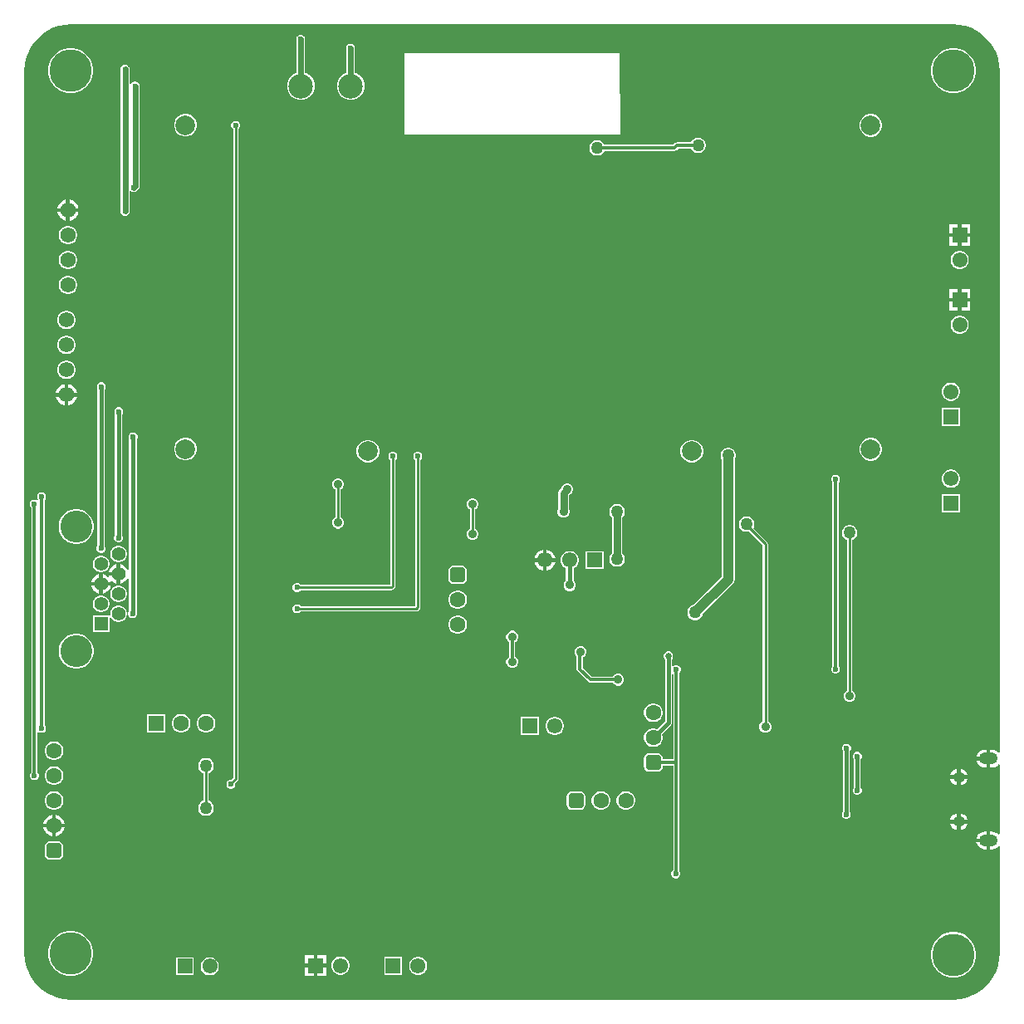
<source format=gbl>
G04*
G04 #@! TF.GenerationSoftware,Altium Limited,Altium Designer,23.7.1 (13)*
G04*
G04 Layer_Physical_Order=2*
G04 Layer_Color=16711680*
%FSLAX43Y43*%
%MOMM*%
G71*
G04*
G04 #@! TF.SameCoordinates,7FBB53E4-5163-4D6D-B0BA-52333DB4A2EE*
G04*
G04*
G04 #@! TF.FilePolarity,Positive*
G04*
G01*
G75*
%ADD102C,1.575*%
%ADD109C,3.250*%
%ADD110R,1.390X1.390*%
%ADD111C,1.390*%
%ADD120C,0.305*%
%ADD121C,0.600*%
%ADD122C,1.016*%
%ADD123C,0.229*%
%ADD124C,0.381*%
%ADD125C,0.300*%
%ADD126C,0.762*%
%ADD127C,0.457*%
G04:AMPARAMS|DCode=129|XSize=1.6mm|YSize=1.6mm|CornerRadius=0.4mm|HoleSize=0mm|Usage=FLASHONLY|Rotation=90.000|XOffset=0mm|YOffset=0mm|HoleType=Round|Shape=RoundedRectangle|*
%AMROUNDEDRECTD129*
21,1,1.600,0.800,0,0,90.0*
21,1,0.800,1.600,0,0,90.0*
1,1,0.800,0.400,0.400*
1,1,0.800,0.400,-0.400*
1,1,0.800,-0.400,-0.400*
1,1,0.800,-0.400,0.400*
%
%ADD129ROUNDEDRECTD129*%
%ADD130C,1.600*%
%ADD131C,1.550*%
%ADD132R,1.550X1.550*%
%ADD133C,2.500*%
%ADD134O,1.250X1.050*%
%ADD135O,1.900X1.200*%
%ADD136R,1.600X1.600*%
%ADD137C,2.000*%
%ADD138R,1.550X1.550*%
G04:AMPARAMS|DCode=139|XSize=1.6mm|YSize=1.6mm|CornerRadius=0.4mm|HoleSize=0mm|Usage=FLASHONLY|Rotation=0.000|XOffset=0mm|YOffset=0mm|HoleType=Round|Shape=RoundedRectangle|*
%AMROUNDEDRECTD139*
21,1,1.600,0.800,0,0,0.0*
21,1,0.800,1.600,0,0,0.0*
1,1,0.800,0.400,-0.400*
1,1,0.800,-0.400,-0.400*
1,1,0.800,-0.400,0.400*
1,1,0.800,0.400,0.400*
%
%ADD139ROUNDEDRECTD139*%
%ADD141C,0.635*%
%ADD142C,0.610*%
%ADD143C,0.889*%
%ADD144C,0.900*%
%ADD145C,0.600*%
%ADD146C,1.270*%
%ADD147C,4.318*%
G36*
X5000Y99715D02*
X95000D01*
X95011Y99717D01*
X95616Y99678D01*
X96221Y99557D01*
X96805Y99359D01*
X97359Y99086D01*
X97872Y98743D01*
X98336Y98336D01*
X98743Y97872D01*
X99086Y97359D01*
X99359Y96805D01*
X99557Y96221D01*
X99678Y95616D01*
X99717Y95011D01*
X99715Y95000D01*
X99715Y25496D01*
X99588Y25453D01*
X99544Y25511D01*
X99356Y25655D01*
X99137Y25746D01*
X98902Y25777D01*
X98752D01*
Y24869D01*
Y23961D01*
X98902D01*
X99137Y23992D01*
X99356Y24083D01*
X99544Y24227D01*
X99588Y24285D01*
X99715Y24242D01*
Y17146D01*
X99588Y17103D01*
X99544Y17161D01*
X99356Y17305D01*
X99137Y17396D01*
X98902Y17427D01*
X98752D01*
Y16519D01*
Y15611D01*
X98902D01*
X99137Y15642D01*
X99356Y15733D01*
X99544Y15877D01*
X99588Y15935D01*
X99715Y15892D01*
Y5000D01*
X99717Y4989D01*
X99678Y4384D01*
X99557Y3779D01*
X99359Y3194D01*
X99086Y2641D01*
X98743Y2128D01*
X98336Y1664D01*
X97872Y1257D01*
X97359Y914D01*
X96805Y641D01*
X96221Y443D01*
X95616Y322D01*
X95011Y283D01*
X95000Y285D01*
X5000D01*
X4989Y283D01*
X4384Y322D01*
X3779Y443D01*
X3194Y641D01*
X2641Y914D01*
X2128Y1257D01*
X1664Y1664D01*
X1257Y2128D01*
X914Y2641D01*
X641Y3194D01*
X443Y3779D01*
X322Y4384D01*
X290Y4874D01*
X285Y5000D01*
X285Y5000D01*
X285Y5125D01*
Y95000D01*
X283Y95011D01*
X322Y95616D01*
X443Y96221D01*
X641Y96805D01*
X914Y97359D01*
X1257Y97872D01*
X1664Y98336D01*
X2128Y98743D01*
X2641Y99086D01*
X3194Y99359D01*
X3779Y99557D01*
X4384Y99678D01*
X4989Y99717D01*
X5000Y99715D01*
D02*
G37*
%LPC*%
G36*
X95228Y97311D02*
X94772D01*
X94326Y97223D01*
X93905Y97048D01*
X93527Y96795D01*
X93205Y96473D01*
X92952Y96095D01*
X92777Y95674D01*
X92689Y95228D01*
Y94772D01*
X92777Y94326D01*
X92952Y93905D01*
X93205Y93527D01*
X93527Y93205D01*
X93905Y92952D01*
X94326Y92777D01*
X94772Y92689D01*
X95228D01*
X95674Y92777D01*
X96095Y92952D01*
X96473Y93205D01*
X96795Y93527D01*
X97048Y93905D01*
X97223Y94326D01*
X97311Y94772D01*
Y95228D01*
X97223Y95674D01*
X97048Y96095D01*
X96795Y96473D01*
X96473Y96795D01*
X96095Y97048D01*
X95674Y97223D01*
X95228Y97311D01*
D02*
G37*
G36*
X5228D02*
X4772D01*
X4326Y97223D01*
X3905Y97048D01*
X3527Y96795D01*
X3205Y96473D01*
X2952Y96095D01*
X2777Y95674D01*
X2689Y95228D01*
Y94772D01*
X2777Y94326D01*
X2952Y93905D01*
X3205Y93527D01*
X3527Y93205D01*
X3905Y92952D01*
X4326Y92777D01*
X4772Y92689D01*
X5228D01*
X5674Y92777D01*
X6095Y92952D01*
X6473Y93205D01*
X6795Y93527D01*
X7048Y93905D01*
X7223Y94326D01*
X7311Y94772D01*
Y95228D01*
X7223Y95674D01*
X7048Y96095D01*
X6795Y96473D01*
X6473Y96795D01*
X6095Y97048D01*
X5674Y97223D01*
X5228Y97311D01*
D02*
G37*
G36*
X33528Y97743D02*
X33483Y97734D01*
X33438D01*
X33396Y97717D01*
X33351Y97708D01*
X33314Y97683D01*
X33272Y97666D01*
X33240Y97633D01*
X33202Y97608D01*
X33177Y97570D01*
X33144Y97538D01*
X33127Y97496D01*
X33102Y97459D01*
X33093Y97414D01*
X33076Y97372D01*
Y97327D01*
X33067Y97282D01*
Y94743D01*
X33012Y94728D01*
X32692Y94543D01*
X32431Y94282D01*
X32247Y93963D01*
X32151Y93606D01*
Y93237D01*
X32247Y92880D01*
X32431Y92560D01*
X32692Y92299D01*
X33012Y92114D01*
X33369Y92019D01*
X33738D01*
X34095Y92114D01*
X34414Y92299D01*
X34676Y92560D01*
X34860Y92880D01*
X34956Y93237D01*
Y93606D01*
X34860Y93963D01*
X34676Y94282D01*
X34414Y94543D01*
X34095Y94728D01*
X33989Y94756D01*
Y97282D01*
X33980Y97327D01*
Y97372D01*
X33963Y97414D01*
X33954Y97459D01*
X33929Y97496D01*
X33912Y97538D01*
X33879Y97570D01*
X33854Y97608D01*
X33816Y97633D01*
X33784Y97666D01*
X33742Y97683D01*
X33705Y97708D01*
X33660Y97717D01*
X33618Y97734D01*
X33573D01*
X33528Y97743D01*
D02*
G37*
G36*
X28448Y98632D02*
X28403Y98623D01*
X28358D01*
X28316Y98606D01*
X28271Y98597D01*
X28234Y98572D01*
X28192Y98555D01*
X28160Y98522D01*
X28122Y98497D01*
X28097Y98459D01*
X28064Y98427D01*
X28047Y98385D01*
X28022Y98348D01*
X28013Y98303D01*
X27996Y98261D01*
Y98216D01*
X27987Y98171D01*
Y94743D01*
X27932Y94728D01*
X27612Y94543D01*
X27351Y94282D01*
X27167Y93963D01*
X27071Y93606D01*
Y93237D01*
X27167Y92880D01*
X27351Y92560D01*
X27612Y92299D01*
X27932Y92114D01*
X28289Y92019D01*
X28658D01*
X29015Y92114D01*
X29334Y92299D01*
X29596Y92560D01*
X29780Y92880D01*
X29876Y93237D01*
Y93606D01*
X29780Y93963D01*
X29596Y94282D01*
X29334Y94543D01*
X29015Y94728D01*
X28909Y94756D01*
Y98171D01*
X28900Y98216D01*
Y98261D01*
X28883Y98303D01*
X28874Y98348D01*
X28849Y98385D01*
X28832Y98427D01*
X28799Y98459D01*
X28774Y98497D01*
X28736Y98522D01*
X28704Y98555D01*
X28662Y98572D01*
X28625Y98597D01*
X28580Y98606D01*
X28538Y98623D01*
X28493D01*
X28448Y98632D01*
D02*
G37*
G36*
X60985Y96799D02*
X38989D01*
Y88494D01*
X61011D01*
X60985Y96799D01*
D02*
G37*
G36*
X16855Y90587D02*
X16551D01*
X16258Y90509D01*
X15995Y90357D01*
X15781Y90143D01*
X15629Y89880D01*
X15551Y89587D01*
Y89283D01*
X15629Y88990D01*
X15781Y88727D01*
X15995Y88513D01*
X16258Y88361D01*
X16551Y88283D01*
X16855D01*
X17148Y88361D01*
X17411Y88513D01*
X17625Y88727D01*
X17777Y88990D01*
X17855Y89283D01*
Y89587D01*
X17777Y89880D01*
X17625Y90143D01*
X17411Y90357D01*
X17148Y90509D01*
X16855Y90587D01*
D02*
G37*
G36*
X86717Y90560D02*
X86413D01*
X86120Y90482D01*
X85858Y90330D01*
X85643Y90116D01*
X85491Y89853D01*
X85413Y89560D01*
Y89256D01*
X85491Y88963D01*
X85643Y88700D01*
X85858Y88486D01*
X86120Y88334D01*
X86413Y88256D01*
X86717D01*
X87010Y88334D01*
X87273Y88486D01*
X87487Y88700D01*
X87639Y88963D01*
X87718Y89256D01*
Y89560D01*
X87639Y89853D01*
X87487Y90116D01*
X87273Y90330D01*
X87010Y90482D01*
X86717Y90560D01*
D02*
G37*
G36*
X69065Y88163D02*
X68857D01*
X68657Y88110D01*
X68478Y88006D01*
X68331Y87859D01*
X68230Y87684D01*
X66802D01*
X66684Y87661D01*
X66584Y87594D01*
X66584Y87594D01*
X66420Y87430D01*
X59405D01*
X59304Y87605D01*
X59157Y87752D01*
X58978Y87856D01*
X58778Y87909D01*
X58570D01*
X58370Y87856D01*
X58191Y87752D01*
X58044Y87605D01*
X57940Y87426D01*
X57887Y87226D01*
Y87018D01*
X57940Y86818D01*
X58044Y86639D01*
X58191Y86492D01*
X58370Y86388D01*
X58570Y86335D01*
X58778D01*
X58978Y86388D01*
X59157Y86492D01*
X59304Y86639D01*
X59405Y86814D01*
X66548D01*
X66548Y86814D01*
X66666Y86837D01*
X66766Y86904D01*
X66930Y87068D01*
X68230D01*
X68331Y86893D01*
X68478Y86746D01*
X68657Y86642D01*
X68857Y86589D01*
X69065D01*
X69265Y86642D01*
X69444Y86746D01*
X69591Y86893D01*
X69695Y87072D01*
X69748Y87272D01*
Y87480D01*
X69695Y87680D01*
X69591Y87859D01*
X69444Y88006D01*
X69265Y88110D01*
X69065Y88163D01*
D02*
G37*
G36*
X10541Y95584D02*
X10364Y95549D01*
X10215Y95449D01*
X10115Y95300D01*
X10080Y95123D01*
Y80645D01*
X10089Y80600D01*
Y80555D01*
X10106Y80513D01*
X10115Y80468D01*
X10140Y80431D01*
X10157Y80389D01*
X10190Y80357D01*
X10215Y80319D01*
X10253Y80294D01*
X10285Y80261D01*
X10327Y80244D01*
X10364Y80219D01*
X10409Y80210D01*
X10451Y80193D01*
X10496D01*
X10541Y80184D01*
X10586Y80193D01*
X10631D01*
X10673Y80210D01*
X10718Y80219D01*
X10755Y80244D01*
X10797Y80261D01*
X10829Y80294D01*
X10867Y80319D01*
X10892Y80357D01*
X10925Y80389D01*
X10942Y80431D01*
X10967Y80468D01*
X10976Y80513D01*
X10993Y80555D01*
Y80600D01*
X11002Y80645D01*
Y82659D01*
X11038Y82685D01*
X11129Y82715D01*
X11142Y82707D01*
X11174Y82674D01*
X11216Y82657D01*
X11253Y82632D01*
X11298Y82623D01*
X11340Y82606D01*
X11385D01*
X11430Y82597D01*
X11475Y82606D01*
X11520D01*
X11562Y82623D01*
X11607Y82632D01*
X11644Y82657D01*
X11686Y82674D01*
X11718Y82707D01*
X11756Y82732D01*
X11883Y82859D01*
X11983Y83008D01*
X12018Y83185D01*
Y93421D01*
X12009Y93466D01*
Y93511D01*
X11992Y93553D01*
X11983Y93598D01*
X11958Y93635D01*
X11941Y93677D01*
X11908Y93710D01*
X11883Y93747D01*
X11845Y93773D01*
X11813Y93805D01*
X11771Y93822D01*
X11734Y93847D01*
X11689Y93856D01*
X11647Y93874D01*
X11602D01*
X11557Y93882D01*
X11512Y93874D01*
X11467D01*
X11425Y93856D01*
X11380Y93847D01*
X11343Y93822D01*
X11301Y93805D01*
X11269Y93773D01*
X11231Y93747D01*
X11206Y93710D01*
X11173Y93677D01*
X11156Y93635D01*
X11131Y93598D01*
X11129Y93590D01*
X11002Y93602D01*
Y94930D01*
X11024Y94981D01*
Y95163D01*
X10967Y95299D01*
X10967Y95300D01*
X10967Y95300D01*
X10954Y95331D01*
X10930Y95355D01*
X10867Y95449D01*
X10718Y95549D01*
X10541Y95584D01*
D02*
G37*
G36*
X4924Y81844D02*
Y80972D01*
X5797D01*
X5738Y81192D01*
X5595Y81440D01*
X5392Y81642D01*
X5144Y81785D01*
X4924Y81844D01*
D02*
G37*
G36*
X4524D02*
X4305Y81785D01*
X4057Y81642D01*
X3854Y81440D01*
X3711Y81192D01*
X3652Y80972D01*
X4524D01*
Y81844D01*
D02*
G37*
G36*
X5797Y80572D02*
X4924D01*
Y79700D01*
X5144Y79759D01*
X5392Y79902D01*
X5595Y80104D01*
X5738Y80352D01*
X5797Y80572D01*
D02*
G37*
G36*
X4524D02*
X3652D01*
X3711Y80352D01*
X3854Y80104D01*
X4057Y79902D01*
X4305Y79759D01*
X4524Y79700D01*
Y80572D01*
D02*
G37*
G36*
X96706Y79307D02*
X95831D01*
Y78432D01*
X96706D01*
Y79307D01*
D02*
G37*
G36*
X95431D02*
X94556D01*
Y78432D01*
X95431D01*
Y79307D01*
D02*
G37*
G36*
X4848Y79172D02*
X4601D01*
X4362Y79108D01*
X4147Y78984D01*
X3972Y78809D01*
X3849Y78595D01*
X3785Y78356D01*
Y78108D01*
X3849Y77869D01*
X3972Y77655D01*
X4147Y77480D01*
X4362Y77356D01*
X4601Y77292D01*
X4848D01*
X5087Y77356D01*
X5301Y77480D01*
X5476Y77655D01*
X5600Y77869D01*
X5664Y78108D01*
Y78356D01*
X5600Y78595D01*
X5476Y78809D01*
X5301Y78984D01*
X5087Y79108D01*
X4848Y79172D01*
D02*
G37*
G36*
X96706Y78032D02*
X95831D01*
Y77157D01*
X96706D01*
Y78032D01*
D02*
G37*
G36*
X95431D02*
X94556D01*
Y77157D01*
X95431D01*
Y78032D01*
D02*
G37*
G36*
X95753Y76619D02*
X95509D01*
X95273Y76556D01*
X95062Y76434D01*
X94889Y76261D01*
X94767Y76050D01*
X94704Y75814D01*
Y75570D01*
X94767Y75334D01*
X94889Y75123D01*
X95062Y74950D01*
X95273Y74828D01*
X95509Y74765D01*
X95753D01*
X95989Y74828D01*
X96200Y74950D01*
X96373Y75123D01*
X96495Y75334D01*
X96558Y75570D01*
Y75814D01*
X96495Y76050D01*
X96373Y76261D01*
X96200Y76434D01*
X95989Y76556D01*
X95753Y76619D01*
D02*
G37*
G36*
X4848Y76632D02*
X4601D01*
X4362Y76568D01*
X4147Y76444D01*
X3972Y76269D01*
X3849Y76055D01*
X3785Y75816D01*
Y75568D01*
X3849Y75329D01*
X3972Y75115D01*
X4147Y74940D01*
X4362Y74816D01*
X4601Y74752D01*
X4848D01*
X5087Y74816D01*
X5301Y74940D01*
X5476Y75115D01*
X5600Y75329D01*
X5664Y75568D01*
Y75816D01*
X5600Y76055D01*
X5476Y76269D01*
X5301Y76444D01*
X5087Y76568D01*
X4848Y76632D01*
D02*
G37*
G36*
Y74092D02*
X4601D01*
X4362Y74028D01*
X4147Y73904D01*
X3972Y73729D01*
X3849Y73515D01*
X3785Y73276D01*
Y73028D01*
X3849Y72789D01*
X3972Y72575D01*
X4147Y72400D01*
X4362Y72276D01*
X4601Y72212D01*
X4848D01*
X5087Y72276D01*
X5301Y72400D01*
X5476Y72575D01*
X5600Y72789D01*
X5664Y73028D01*
Y73276D01*
X5600Y73515D01*
X5476Y73729D01*
X5301Y73904D01*
X5087Y74028D01*
X4848Y74092D01*
D02*
G37*
G36*
X96706Y72703D02*
X95831D01*
Y71828D01*
X96706D01*
Y72703D01*
D02*
G37*
G36*
X95431D02*
X94556D01*
Y71828D01*
X95431D01*
Y72703D01*
D02*
G37*
G36*
X96706Y71428D02*
X95831D01*
Y70553D01*
X96706D01*
Y71428D01*
D02*
G37*
G36*
X95431D02*
X94556D01*
Y70553D01*
X95431D01*
Y71428D01*
D02*
G37*
G36*
X4696Y70510D02*
X4448D01*
X4209Y70446D01*
X3995Y70323D01*
X3820Y70148D01*
X3696Y69933D01*
X3632Y69694D01*
Y69447D01*
X3696Y69208D01*
X3820Y68994D01*
X3995Y68819D01*
X4209Y68695D01*
X4448Y68631D01*
X4696D01*
X4935Y68695D01*
X5149Y68819D01*
X5324Y68994D01*
X5448Y69208D01*
X5512Y69447D01*
Y69694D01*
X5448Y69933D01*
X5324Y70148D01*
X5149Y70323D01*
X4935Y70446D01*
X4696Y70510D01*
D02*
G37*
G36*
X95753Y70015D02*
X95509D01*
X95273Y69952D01*
X95062Y69830D01*
X94889Y69657D01*
X94767Y69446D01*
X94704Y69210D01*
Y68966D01*
X94767Y68730D01*
X94889Y68519D01*
X95062Y68346D01*
X95273Y68224D01*
X95509Y68161D01*
X95753D01*
X95989Y68224D01*
X96200Y68346D01*
X96373Y68519D01*
X96495Y68730D01*
X96558Y68966D01*
Y69210D01*
X96495Y69446D01*
X96373Y69657D01*
X96200Y69830D01*
X95989Y69952D01*
X95753Y70015D01*
D02*
G37*
G36*
X4696Y67970D02*
X4448D01*
X4209Y67906D01*
X3995Y67783D01*
X3820Y67608D01*
X3696Y67393D01*
X3632Y67154D01*
Y66907D01*
X3696Y66668D01*
X3820Y66454D01*
X3995Y66279D01*
X4209Y66155D01*
X4448Y66091D01*
X4696D01*
X4935Y66155D01*
X5149Y66279D01*
X5324Y66454D01*
X5448Y66668D01*
X5512Y66907D01*
Y67154D01*
X5448Y67393D01*
X5324Y67608D01*
X5149Y67783D01*
X4935Y67906D01*
X4696Y67970D01*
D02*
G37*
G36*
Y65430D02*
X4448D01*
X4209Y65366D01*
X3995Y65243D01*
X3820Y65068D01*
X3696Y64853D01*
X3632Y64614D01*
Y64367D01*
X3696Y64128D01*
X3820Y63914D01*
X3995Y63739D01*
X4209Y63615D01*
X4448Y63551D01*
X4696D01*
X4935Y63615D01*
X5149Y63739D01*
X5324Y63914D01*
X5448Y64128D01*
X5512Y64367D01*
Y64614D01*
X5448Y64853D01*
X5324Y65068D01*
X5149Y65243D01*
X4935Y65366D01*
X4696Y65430D01*
D02*
G37*
G36*
X4772Y63023D02*
Y62151D01*
X5644D01*
X5585Y62370D01*
X5442Y62618D01*
X5240Y62821D01*
X4992Y62964D01*
X4772Y63023D01*
D02*
G37*
G36*
X4372Y63023D02*
X4152Y62964D01*
X3904Y62821D01*
X3702Y62618D01*
X3559Y62370D01*
X3500Y62151D01*
X4372D01*
Y63023D01*
D02*
G37*
G36*
X94864Y63183D02*
X94620D01*
X94384Y63120D01*
X94173Y62998D01*
X94000Y62825D01*
X93878Y62613D01*
X93815Y62377D01*
Y62133D01*
X93878Y61897D01*
X94000Y61686D01*
X94173Y61513D01*
X94384Y61391D01*
X94620Y61328D01*
X94864D01*
X95100Y61391D01*
X95311Y61513D01*
X95484Y61686D01*
X95606Y61897D01*
X95669Y62133D01*
Y62377D01*
X95606Y62613D01*
X95484Y62825D01*
X95311Y62998D01*
X95100Y63120D01*
X94864Y63183D01*
D02*
G37*
G36*
X4372Y61751D02*
X3500D01*
X3559Y61531D01*
X3702Y61283D01*
X3904Y61080D01*
X4152Y60937D01*
X4372Y60878D01*
Y61751D01*
D02*
G37*
G36*
X5644D02*
X4772D01*
Y60878D01*
X4992Y60937D01*
X5240Y61080D01*
X5442Y61283D01*
X5585Y61531D01*
X5644Y61751D01*
D02*
G37*
G36*
X95669Y60643D02*
X93815D01*
Y58788D01*
X95669D01*
Y60643D01*
D02*
G37*
G36*
X16855Y57567D02*
X16551D01*
X16258Y57489D01*
X15995Y57337D01*
X15781Y57123D01*
X15629Y56860D01*
X15551Y56567D01*
Y56263D01*
X15629Y55970D01*
X15781Y55707D01*
X15995Y55493D01*
X16258Y55341D01*
X16551Y55263D01*
X16855D01*
X17148Y55341D01*
X17411Y55493D01*
X17625Y55707D01*
X17777Y55970D01*
X17855Y56263D01*
Y56567D01*
X17777Y56860D01*
X17625Y57123D01*
X17411Y57337D01*
X17148Y57489D01*
X16855Y57567D01*
D02*
G37*
G36*
X86717Y57540D02*
X86413D01*
X86120Y57462D01*
X85858Y57310D01*
X85643Y57096D01*
X85491Y56833D01*
X85413Y56540D01*
Y56236D01*
X85491Y55943D01*
X85643Y55680D01*
X85858Y55466D01*
X86120Y55314D01*
X86413Y55236D01*
X86717D01*
X87010Y55314D01*
X87273Y55466D01*
X87487Y55680D01*
X87639Y55943D01*
X87718Y56236D01*
Y56540D01*
X87639Y56833D01*
X87487Y57096D01*
X87273Y57310D01*
X87010Y57462D01*
X86717Y57540D01*
D02*
G37*
G36*
X68478Y57347D02*
X68174D01*
X67881Y57269D01*
X67618Y57117D01*
X67404Y56903D01*
X67252Y56640D01*
X67174Y56347D01*
Y56043D01*
X67252Y55750D01*
X67404Y55487D01*
X67618Y55273D01*
X67881Y55121D01*
X68174Y55043D01*
X68478D01*
X68771Y55121D01*
X69034Y55273D01*
X69248Y55487D01*
X69400Y55750D01*
X69478Y56043D01*
Y56347D01*
X69400Y56640D01*
X69248Y56903D01*
X69034Y57117D01*
X68771Y57269D01*
X68478Y57347D01*
D02*
G37*
G36*
X35458D02*
X35154D01*
X34861Y57269D01*
X34598Y57117D01*
X34384Y56903D01*
X34232Y56640D01*
X34154Y56347D01*
Y56043D01*
X34232Y55750D01*
X34384Y55487D01*
X34598Y55273D01*
X34861Y55121D01*
X35154Y55043D01*
X35458D01*
X35751Y55121D01*
X36014Y55273D01*
X36228Y55487D01*
X36380Y55750D01*
X36458Y56043D01*
Y56347D01*
X36380Y56640D01*
X36228Y56903D01*
X36014Y57117D01*
X35751Y57269D01*
X35458Y57347D01*
D02*
G37*
G36*
X94864Y54318D02*
X94620D01*
X94384Y54255D01*
X94173Y54133D01*
X94000Y53960D01*
X93878Y53749D01*
X93815Y53513D01*
Y53269D01*
X93878Y53033D01*
X94000Y52821D01*
X94173Y52649D01*
X94384Y52527D01*
X94620Y52463D01*
X94864D01*
X95100Y52527D01*
X95311Y52649D01*
X95484Y52821D01*
X95606Y53033D01*
X95669Y53269D01*
Y53513D01*
X95606Y53749D01*
X95484Y53960D01*
X95311Y54133D01*
X95100Y54255D01*
X94864Y54318D01*
D02*
G37*
G36*
X2122Y52014D02*
X1942D01*
X1776Y51946D01*
X1648Y51818D01*
X1580Y51652D01*
Y51472D01*
X1648Y51306D01*
X1672Y51282D01*
X1663Y51226D01*
X1528Y51182D01*
X1526Y51184D01*
X1360Y51252D01*
X1180D01*
X1014Y51184D01*
X886Y51056D01*
X818Y50890D01*
Y50710D01*
X886Y50544D01*
X974Y50456D01*
Y23433D01*
X911Y23370D01*
X842Y23204D01*
Y23024D01*
X911Y22858D01*
X1039Y22730D01*
X1205Y22662D01*
X1385D01*
X1551Y22730D01*
X1678Y22858D01*
X1747Y23024D01*
Y23204D01*
X1678Y23370D01*
X1591Y23458D01*
Y27562D01*
X1718Y27614D01*
X1776Y27556D01*
X1942Y27488D01*
X2122D01*
X2288Y27556D01*
X2416Y27684D01*
X2484Y27850D01*
Y28030D01*
X2416Y28196D01*
X2340Y28271D01*
Y51231D01*
X2416Y51306D01*
X2484Y51472D01*
Y51652D01*
X2416Y51818D01*
X2288Y51946D01*
X2122Y52014D01*
D02*
G37*
G36*
X95669Y51778D02*
X93815D01*
Y49923D01*
X95669D01*
Y51778D01*
D02*
G37*
G36*
X55746Y52926D02*
X55506D01*
X55285Y52835D01*
X55115Y52665D01*
X55030Y52460D01*
X54860Y52290D01*
X54743Y52114D01*
X54701Y51906D01*
Y50299D01*
X54643Y50158D01*
Y49918D01*
X54734Y49697D01*
X54904Y49527D01*
X55125Y49436D01*
X55365D01*
X55586Y49527D01*
X55756Y49697D01*
X55847Y49918D01*
Y50158D01*
X55789Y50299D01*
Y51680D01*
X55890Y51781D01*
X55967Y51813D01*
X56137Y51983D01*
X56228Y52204D01*
Y52444D01*
X56137Y52665D01*
X55967Y52835D01*
X55746Y52926D01*
D02*
G37*
G36*
X32377Y53429D02*
X32139D01*
X31920Y53338D01*
X31752Y53170D01*
X31661Y52951D01*
Y52713D01*
X31752Y52494D01*
X31920Y52326D01*
X31986Y52299D01*
Y49428D01*
X31920Y49401D01*
X31752Y49233D01*
X31661Y49014D01*
Y48776D01*
X31752Y48557D01*
X31920Y48389D01*
X32139Y48298D01*
X32377D01*
X32596Y48389D01*
X32764Y48557D01*
X32855Y48776D01*
Y49014D01*
X32764Y49233D01*
X32596Y49401D01*
X32530Y49428D01*
Y52299D01*
X32596Y52326D01*
X32764Y52494D01*
X32855Y52713D01*
Y52951D01*
X32764Y53170D01*
X32596Y53338D01*
X32377Y53429D01*
D02*
G37*
G36*
X46093Y51397D02*
X45855D01*
X45636Y51306D01*
X45468Y51138D01*
X45377Y50919D01*
Y50681D01*
X45468Y50462D01*
X45636Y50294D01*
X45702Y50267D01*
Y48291D01*
X45633Y48263D01*
X45463Y48093D01*
X45372Y47872D01*
Y47632D01*
X45463Y47411D01*
X45633Y47241D01*
X45854Y47150D01*
X46094D01*
X46315Y47241D01*
X46485Y47411D01*
X46576Y47632D01*
Y47872D01*
X46485Y48093D01*
X46315Y48263D01*
X46246Y48291D01*
Y50267D01*
X46312Y50294D01*
X46480Y50462D01*
X46571Y50681D01*
Y50919D01*
X46480Y51138D01*
X46312Y51306D01*
X46093Y51397D01*
D02*
G37*
G36*
X9996Y60677D02*
X9816D01*
X9650Y60609D01*
X9522Y60481D01*
X9454Y60315D01*
Y60135D01*
X9501Y60021D01*
Y47619D01*
X9489Y47607D01*
X9420Y47441D01*
Y47261D01*
X9489Y47094D01*
X9616Y46967D01*
X9783Y46898D01*
X9963D01*
X10129Y46967D01*
X10256Y47094D01*
X10325Y47261D01*
Y47441D01*
X10278Y47555D01*
Y59957D01*
X10290Y59969D01*
X10358Y60135D01*
Y60315D01*
X10290Y60481D01*
X10162Y60609D01*
X9996Y60677D01*
D02*
G37*
G36*
X5730Y50291D02*
X5380D01*
X5036Y50223D01*
X4713Y50089D01*
X4422Y49895D01*
X4174Y49647D01*
X3979Y49356D01*
X3845Y49032D01*
X3777Y48689D01*
Y48339D01*
X3845Y47996D01*
X3979Y47672D01*
X4174Y47381D01*
X4422Y47133D01*
X4713Y46939D01*
X5036Y46805D01*
X5380Y46737D01*
X5730D01*
X6073Y46805D01*
X6397Y46939D01*
X6688Y47133D01*
X6935Y47381D01*
X7130Y47672D01*
X7264Y47996D01*
X7332Y48339D01*
Y48689D01*
X7264Y49032D01*
X7130Y49356D01*
X6935Y49647D01*
X6688Y49895D01*
X6397Y50089D01*
X6073Y50223D01*
X5730Y50291D01*
D02*
G37*
G36*
X8218Y63217D02*
X8038D01*
X7872Y63149D01*
X7744Y63021D01*
X7676Y62855D01*
Y62675D01*
X7723Y62561D01*
Y46538D01*
X7711Y46526D01*
X7642Y46360D01*
Y46180D01*
X7711Y46013D01*
X7838Y45886D01*
X8005Y45817D01*
X8185D01*
X8351Y45886D01*
X8478Y46013D01*
X8547Y46180D01*
Y46360D01*
X8500Y46474D01*
Y62497D01*
X8512Y62509D01*
X8580Y62675D01*
Y62855D01*
X8512Y63021D01*
X8384Y63149D01*
X8218Y63217D01*
D02*
G37*
G36*
X53540Y46144D02*
Y45285D01*
X54399D01*
X54342Y45500D01*
X54200Y45745D01*
X54000Y45945D01*
X53755Y46087D01*
X53540Y46144D01*
D02*
G37*
G36*
X53140Y46144D02*
X52925Y46087D01*
X52680Y45945D01*
X52480Y45745D01*
X52338Y45500D01*
X52281Y45285D01*
X53140D01*
Y46144D01*
D02*
G37*
G36*
X9984Y46567D02*
X9761D01*
X9546Y46510D01*
X9352Y46398D01*
X9195Y46240D01*
X9083Y46047D01*
X9025Y45832D01*
Y45608D01*
X9083Y45393D01*
X9195Y45200D01*
X9352Y45042D01*
X9546Y44930D01*
X9761Y44873D01*
X9984D01*
X10200Y44930D01*
X10393Y45042D01*
X10551Y45200D01*
X10662Y45393D01*
X10720Y45608D01*
Y45832D01*
X10662Y46047D01*
X10551Y46240D01*
X10393Y46398D01*
X10200Y46510D01*
X9984Y46567D01*
D02*
G37*
G36*
X60810Y50825D02*
X60602D01*
X60402Y50772D01*
X60223Y50668D01*
X60076Y50521D01*
X59972Y50342D01*
X59919Y50142D01*
Y49934D01*
X59972Y49734D01*
X60076Y49555D01*
X60162Y49468D01*
Y45782D01*
X60076Y45695D01*
X59972Y45516D01*
X59919Y45316D01*
Y45108D01*
X59972Y44908D01*
X60076Y44729D01*
X60223Y44582D01*
X60402Y44478D01*
X60602Y44425D01*
X60810D01*
X61010Y44478D01*
X61189Y44582D01*
X61336Y44729D01*
X61440Y44908D01*
X61493Y45108D01*
Y45316D01*
X61440Y45516D01*
X61336Y45695D01*
X61250Y45782D01*
Y49468D01*
X61336Y49555D01*
X61440Y49734D01*
X61493Y49934D01*
Y50142D01*
X61440Y50342D01*
X61336Y50521D01*
X61189Y50668D01*
X61010Y50772D01*
X60810Y50825D01*
D02*
G37*
G36*
X59347Y46012D02*
X57493D01*
Y44158D01*
X59347D01*
Y46012D01*
D02*
G37*
G36*
X53140Y44885D02*
X52281D01*
X52338Y44670D01*
X52480Y44425D01*
X52680Y44225D01*
X52925Y44083D01*
X53140Y44026D01*
Y44885D01*
D02*
G37*
G36*
X54399D02*
X53540D01*
Y44026D01*
X53755Y44083D01*
X54000Y44225D01*
X54200Y44425D01*
X54342Y44670D01*
X54399Y44885D01*
D02*
G37*
G36*
X11469Y58110D02*
X11289D01*
X11123Y58042D01*
X10996Y57914D01*
X10927Y57748D01*
Y57568D01*
X10961Y57485D01*
Y43960D01*
X10834Y43943D01*
X10800Y44072D01*
X10669Y44299D01*
X10484Y44484D01*
X10257Y44615D01*
X10073Y44665D01*
Y43688D01*
Y42711D01*
X10257Y42761D01*
X10484Y42892D01*
X10669Y43077D01*
X10800Y43304D01*
X10834Y43433D01*
X10961Y43416D01*
Y39905D01*
X10937Y39880D01*
X10868Y39714D01*
Y39534D01*
X10937Y39368D01*
X11064Y39240D01*
X11230Y39172D01*
X11410D01*
X11577Y39240D01*
X11704Y39368D01*
X11773Y39534D01*
Y39714D01*
X11738Y39797D01*
Y57377D01*
X11763Y57402D01*
X11832Y57568D01*
Y57748D01*
X11763Y57914D01*
X11635Y58042D01*
X11469Y58110D01*
D02*
G37*
G36*
X9673Y44665D02*
X9489Y44615D01*
X9262Y44484D01*
X9076Y44299D01*
X8945Y44072D01*
X8896Y43888D01*
X9673D01*
Y44665D01*
D02*
G37*
G36*
X8206Y45551D02*
X7983D01*
X7768Y45494D01*
X7574Y45382D01*
X7417Y45224D01*
X7305Y45031D01*
X7247Y44816D01*
Y44592D01*
X7305Y44377D01*
X7417Y44184D01*
X7574Y44026D01*
X7768Y43914D01*
X7983Y43857D01*
X8206D01*
X8422Y43914D01*
X8615Y44026D01*
X8773Y44184D01*
X8884Y44377D01*
X8942Y44592D01*
Y44816D01*
X8884Y45031D01*
X8773Y45224D01*
X8615Y45382D01*
X8422Y45494D01*
X8206Y45551D01*
D02*
G37*
G36*
X7895Y43649D02*
X7711Y43599D01*
X7484Y43468D01*
X7298Y43283D01*
X7167Y43056D01*
X7118Y42872D01*
X7895D01*
Y43649D01*
D02*
G37*
G36*
X8295D02*
Y42872D01*
X9071D01*
X9060Y42914D01*
X9174Y42980D01*
X9262Y42892D01*
X9489Y42761D01*
X9673Y42711D01*
Y43488D01*
X8896D01*
X8907Y43446D01*
X8793Y43380D01*
X8706Y43468D01*
X8479Y43599D01*
X8295Y43649D01*
D02*
G37*
G36*
X44850Y44564D02*
X44050D01*
X43834Y44521D01*
X43652Y44399D01*
X43530Y44217D01*
X43487Y44001D01*
Y43201D01*
X43530Y42985D01*
X43652Y42803D01*
X43834Y42681D01*
X44050Y42638D01*
X44850D01*
X45066Y42681D01*
X45248Y42803D01*
X45370Y42985D01*
X45413Y43201D01*
Y44001D01*
X45370Y44217D01*
X45248Y44399D01*
X45066Y44521D01*
X44850Y44564D01*
D02*
G37*
G36*
X37936Y56131D02*
X37756D01*
X37590Y56062D01*
X37462Y55934D01*
X37394Y55768D01*
Y55588D01*
X37462Y55422D01*
X37574Y55310D01*
Y42563D01*
X28435D01*
X28323Y42675D01*
X28157Y42743D01*
X27977D01*
X27811Y42675D01*
X27683Y42547D01*
X27615Y42381D01*
Y42201D01*
X27683Y42035D01*
X27811Y41907D01*
X27977Y41839D01*
X28157D01*
X28323Y41907D01*
X28435Y42019D01*
X37712D01*
X37816Y42040D01*
X37904Y42099D01*
X38038Y42233D01*
X38097Y42321D01*
X38118Y42425D01*
X38118Y42425D01*
Y55310D01*
X38230Y55422D01*
X38298Y55588D01*
Y55768D01*
X38230Y55934D01*
X38102Y56062D01*
X37936Y56131D01*
D02*
G37*
G36*
X56002Y46012D02*
X55758D01*
X55522Y45949D01*
X55311Y45827D01*
X55138Y45654D01*
X55016Y45443D01*
X54953Y45207D01*
Y44963D01*
X55016Y44727D01*
X55138Y44516D01*
X55311Y44343D01*
X55492Y44238D01*
Y43008D01*
X55369Y42886D01*
X55278Y42665D01*
Y42425D01*
X55369Y42204D01*
X55539Y42034D01*
X55760Y41943D01*
X56000D01*
X56221Y42034D01*
X56391Y42204D01*
X56482Y42425D01*
Y42665D01*
X56391Y42886D01*
X56268Y43008D01*
Y44238D01*
X56449Y44343D01*
X56622Y44516D01*
X56744Y44727D01*
X56807Y44963D01*
Y45207D01*
X56744Y45443D01*
X56622Y45654D01*
X56449Y45827D01*
X56238Y45949D01*
X56002Y46012D01*
D02*
G37*
G36*
X9071Y42472D02*
X8295D01*
Y41695D01*
X8479Y41745D01*
X8706Y41876D01*
X8891Y42061D01*
X9022Y42288D01*
X9071Y42472D01*
D02*
G37*
G36*
X7895D02*
X7118D01*
X7167Y42288D01*
X7298Y42061D01*
X7484Y41876D01*
X7711Y41745D01*
X7895Y41695D01*
Y42472D01*
D02*
G37*
G36*
X9984Y42503D02*
X9761D01*
X9546Y42446D01*
X9352Y42334D01*
X9195Y42176D01*
X9083Y41983D01*
X9025Y41768D01*
Y41544D01*
X9083Y41329D01*
X9195Y41136D01*
X9352Y40978D01*
X9546Y40866D01*
X9761Y40809D01*
X9984D01*
X10200Y40866D01*
X10393Y40978D01*
X10551Y41136D01*
X10662Y41329D01*
X10720Y41544D01*
Y41768D01*
X10662Y41983D01*
X10551Y42176D01*
X10393Y42334D01*
X10200Y42446D01*
X9984Y42503D01*
D02*
G37*
G36*
X40476Y56131D02*
X40296D01*
X40130Y56062D01*
X40002Y55934D01*
X39934Y55768D01*
Y55588D01*
X40002Y55422D01*
X40114Y55310D01*
Y40404D01*
X28435D01*
X28323Y40516D01*
X28157Y40584D01*
X27977D01*
X27811Y40516D01*
X27683Y40388D01*
X27615Y40222D01*
Y40042D01*
X27683Y39876D01*
X27811Y39748D01*
X27977Y39680D01*
X28157D01*
X28323Y39748D01*
X28435Y39860D01*
X40252D01*
X40356Y39881D01*
X40444Y39940D01*
X40578Y40074D01*
X40637Y40162D01*
X40658Y40266D01*
X40658Y40266D01*
Y55310D01*
X40770Y55422D01*
X40838Y55588D01*
Y55768D01*
X40770Y55934D01*
X40642Y56062D01*
X40476Y56131D01*
D02*
G37*
G36*
X44575Y42013D02*
X44325D01*
X44082Y41949D01*
X43865Y41823D01*
X43688Y41646D01*
X43562Y41429D01*
X43498Y41186D01*
Y40936D01*
X43562Y40693D01*
X43688Y40476D01*
X43865Y40299D01*
X44082Y40174D01*
X44325Y40109D01*
X44575D01*
X44818Y40174D01*
X45035Y40299D01*
X45212Y40476D01*
X45338Y40693D01*
X45402Y40936D01*
Y41186D01*
X45338Y41429D01*
X45212Y41646D01*
X45035Y41823D01*
X44818Y41949D01*
X44575Y42013D01*
D02*
G37*
G36*
X8206Y41487D02*
X7983D01*
X7768Y41430D01*
X7574Y41318D01*
X7417Y41160D01*
X7305Y40967D01*
X7247Y40752D01*
Y40528D01*
X7305Y40313D01*
X7417Y40120D01*
X7574Y39962D01*
X7768Y39850D01*
X7983Y39793D01*
X8206D01*
X8422Y39850D01*
X8615Y39962D01*
X8773Y40120D01*
X8884Y40313D01*
X8942Y40528D01*
Y40752D01*
X8884Y40967D01*
X8773Y41160D01*
X8615Y41318D01*
X8422Y41430D01*
X8206Y41487D01*
D02*
G37*
G36*
X72137Y56540D02*
X71930D01*
X71729Y56487D01*
X71550Y56383D01*
X71403Y56236D01*
X71300Y56057D01*
X71246Y55857D01*
Y55649D01*
X71300Y55449D01*
X71367Y55332D01*
Y43404D01*
X68483Y40520D01*
X68352Y40485D01*
X68173Y40381D01*
X68026Y40234D01*
X67922Y40055D01*
X67869Y39855D01*
Y39647D01*
X67922Y39447D01*
X68026Y39268D01*
X68173Y39121D01*
X68352Y39017D01*
X68553Y38964D01*
X68760D01*
X68960Y39017D01*
X69140Y39121D01*
X69286Y39268D01*
X69390Y39447D01*
X69425Y39578D01*
X72504Y42657D01*
X72504Y42657D01*
X72610Y42795D01*
X72677Y42956D01*
X72699Y43128D01*
X72699Y43128D01*
Y55332D01*
X72767Y55449D01*
X72821Y55649D01*
Y55857D01*
X72767Y56057D01*
X72663Y56236D01*
X72517Y56383D01*
X72337Y56487D01*
X72137Y56540D01*
D02*
G37*
G36*
X9984Y40471D02*
X9761D01*
X9546Y40414D01*
X9352Y40302D01*
X9195Y40144D01*
X9083Y39951D01*
X9025Y39736D01*
Y39548D01*
X8968Y39484D01*
X8909Y39455D01*
X7247D01*
Y37761D01*
X8942D01*
Y39332D01*
X9069Y39349D01*
X9083Y39297D01*
X9195Y39104D01*
X9352Y38946D01*
X9546Y38834D01*
X9761Y38777D01*
X9984D01*
X10200Y38834D01*
X10393Y38946D01*
X10551Y39104D01*
X10662Y39297D01*
X10720Y39512D01*
Y39736D01*
X10662Y39951D01*
X10551Y40144D01*
X10393Y40302D01*
X10200Y40414D01*
X9984Y40471D01*
D02*
G37*
G36*
X44575Y39473D02*
X44325D01*
X44082Y39409D01*
X43865Y39283D01*
X43688Y39106D01*
X43562Y38889D01*
X43498Y38646D01*
Y38396D01*
X43562Y38153D01*
X43688Y37936D01*
X43865Y37759D01*
X44082Y37634D01*
X44325Y37569D01*
X44575D01*
X44818Y37634D01*
X45035Y37759D01*
X45212Y37936D01*
X45338Y38153D01*
X45402Y38396D01*
Y38646D01*
X45338Y38889D01*
X45212Y39106D01*
X45035Y39283D01*
X44818Y39409D01*
X44575Y39473D01*
D02*
G37*
G36*
X50120Y37891D02*
X49880D01*
X49659Y37799D01*
X49489Y37629D01*
X49398Y37408D01*
Y37168D01*
X49489Y36947D01*
X49659Y36777D01*
X49692Y36764D01*
Y35245D01*
X49659Y35232D01*
X49489Y35062D01*
X49398Y34841D01*
Y34601D01*
X49489Y34380D01*
X49659Y34210D01*
X49880Y34119D01*
X50120D01*
X50341Y34210D01*
X50511Y34380D01*
X50602Y34601D01*
Y34841D01*
X50511Y35062D01*
X50341Y35232D01*
X50308Y35245D01*
Y36764D01*
X50341Y36777D01*
X50511Y36947D01*
X50602Y37168D01*
Y37408D01*
X50511Y37629D01*
X50341Y37799D01*
X50120Y37891D01*
D02*
G37*
G36*
X5730Y37591D02*
X5380D01*
X5036Y37523D01*
X4713Y37389D01*
X4422Y37195D01*
X4174Y36947D01*
X3979Y36656D01*
X3845Y36332D01*
X3777Y35989D01*
Y35639D01*
X3845Y35296D01*
X3979Y34972D01*
X4174Y34681D01*
X4422Y34433D01*
X4713Y34239D01*
X5036Y34105D01*
X5380Y34037D01*
X5730D01*
X6073Y34105D01*
X6397Y34239D01*
X6688Y34433D01*
X6935Y34681D01*
X7130Y34972D01*
X7264Y35296D01*
X7332Y35639D01*
Y35989D01*
X7264Y36332D01*
X7130Y36656D01*
X6935Y36947D01*
X6688Y37195D01*
X6397Y37389D01*
X6073Y37523D01*
X5730Y37591D01*
D02*
G37*
G36*
X83072Y53792D02*
X82892D01*
X82726Y53724D01*
X82598Y53596D01*
X82529Y53430D01*
Y53250D01*
X82598Y53084D01*
X82673Y53009D01*
Y34291D01*
X82598Y34216D01*
X82529Y34050D01*
Y33870D01*
X82598Y33704D01*
X82726Y33576D01*
X82892Y33507D01*
X83072D01*
X83238Y33576D01*
X83365Y33704D01*
X83434Y33870D01*
Y34050D01*
X83365Y34216D01*
X83290Y34291D01*
Y53009D01*
X83365Y53084D01*
X83434Y53250D01*
Y53430D01*
X83365Y53596D01*
X83238Y53724D01*
X83072Y53792D01*
D02*
G37*
G36*
X57116Y36335D02*
X56879D01*
X56659Y36244D01*
X56492Y36076D01*
X56401Y35857D01*
Y35619D01*
X56492Y35400D01*
X56592Y35299D01*
Y33977D01*
X56616Y33858D01*
X56683Y33758D01*
X57768Y32673D01*
X57869Y32606D01*
X57988Y32582D01*
X60290D01*
X60302Y32555D01*
X60469Y32387D01*
X60689Y32296D01*
X60926D01*
X61146Y32387D01*
X61314Y32555D01*
X61404Y32774D01*
Y33012D01*
X61314Y33231D01*
X61146Y33399D01*
X60926Y33490D01*
X60689D01*
X60469Y33399D01*
X60302Y33231D01*
X60290Y33204D01*
X58116D01*
X57214Y34106D01*
Y35181D01*
X57336Y35232D01*
X57504Y35400D01*
X57595Y35619D01*
Y35857D01*
X57504Y36076D01*
X57336Y36244D01*
X57116Y36335D01*
D02*
G37*
G36*
X84516Y48688D02*
X84308D01*
X84108Y48635D01*
X83929Y48531D01*
X83782Y48384D01*
X83678Y48205D01*
X83625Y48004D01*
Y47797D01*
X83678Y47597D01*
X83782Y47417D01*
X83929Y47271D01*
X84108Y47167D01*
X84140Y47158D01*
Y31781D01*
X84071Y31753D01*
X83901Y31583D01*
X83810Y31362D01*
Y31122D01*
X83901Y30901D01*
X84071Y30731D01*
X84292Y30640D01*
X84532D01*
X84753Y30731D01*
X84923Y30901D01*
X85014Y31122D01*
Y31362D01*
X84923Y31583D01*
X84753Y31753D01*
X84684Y31781D01*
Y47158D01*
X84716Y47167D01*
X84896Y47271D01*
X85042Y47417D01*
X85146Y47597D01*
X85199Y47797D01*
Y48004D01*
X85146Y48205D01*
X85042Y48384D01*
X84896Y48531D01*
X84716Y48635D01*
X84516Y48688D01*
D02*
G37*
G36*
X64527Y30493D02*
X64276D01*
X64034Y30428D01*
X63817Y30302D01*
X63639Y30125D01*
X63514Y29908D01*
X63449Y29666D01*
Y29415D01*
X63514Y29173D01*
X63639Y28955D01*
X63817Y28778D01*
X64034Y28653D01*
X64276Y28588D01*
X64527D01*
X64769Y28653D01*
X64986Y28778D01*
X65164Y28955D01*
X65289Y29173D01*
X65354Y29415D01*
Y29666D01*
X65289Y29908D01*
X65164Y30125D01*
X64986Y30302D01*
X64769Y30428D01*
X64527Y30493D01*
D02*
G37*
G36*
X18921Y29400D02*
X18671D01*
X18428Y29336D01*
X18211Y29210D01*
X18034Y29033D01*
X17909Y28816D01*
X17844Y28573D01*
Y28323D01*
X17909Y28080D01*
X18034Y27863D01*
X18211Y27686D01*
X18428Y27560D01*
X18671Y27496D01*
X18921D01*
X19164Y27560D01*
X19381Y27686D01*
X19558Y27863D01*
X19684Y28080D01*
X19748Y28323D01*
Y28573D01*
X19684Y28816D01*
X19558Y29033D01*
X19381Y29210D01*
X19164Y29336D01*
X18921Y29400D01*
D02*
G37*
G36*
X16381D02*
X16131D01*
X15888Y29336D01*
X15671Y29210D01*
X15494Y29033D01*
X15368Y28816D01*
X15304Y28573D01*
Y28323D01*
X15368Y28080D01*
X15494Y27863D01*
X15671Y27686D01*
X15888Y27560D01*
X16131Y27496D01*
X16381D01*
X16624Y27560D01*
X16841Y27686D01*
X17018Y27863D01*
X17143Y28080D01*
X17208Y28323D01*
Y28573D01*
X17143Y28816D01*
X17018Y29033D01*
X16841Y29210D01*
X16624Y29336D01*
X16381Y29400D01*
D02*
G37*
G36*
X14668D02*
X12764D01*
Y27496D01*
X14668D01*
Y29400D01*
D02*
G37*
G36*
X74018Y49555D02*
X73810D01*
X73610Y49502D01*
X73431Y49398D01*
X73284Y49251D01*
X73180Y49072D01*
X73127Y48872D01*
Y48664D01*
X73180Y48464D01*
X73284Y48285D01*
X73431Y48138D01*
X73610Y48034D01*
X73810Y47981D01*
X74018D01*
X74153Y48017D01*
X75547Y46623D01*
Y28632D01*
X75478Y28603D01*
X75308Y28434D01*
X75217Y28212D01*
Y27973D01*
X75308Y27751D01*
X75478Y27582D01*
X75699Y27490D01*
X75939D01*
X76160Y27582D01*
X76330Y27751D01*
X76421Y27973D01*
Y28212D01*
X76330Y28434D01*
X76160Y28603D01*
X76091Y28632D01*
Y46736D01*
X76070Y46840D01*
X76011Y46928D01*
X74585Y48355D01*
X74648Y48464D01*
X74701Y48664D01*
Y48872D01*
X74648Y49072D01*
X74544Y49251D01*
X74397Y49398D01*
X74218Y49502D01*
X74018Y49555D01*
D02*
G37*
G36*
X54478Y29121D02*
X54234D01*
X53998Y29058D01*
X53787Y28936D01*
X53614Y28763D01*
X53492Y28552D01*
X53429Y28316D01*
Y28072D01*
X53492Y27836D01*
X53614Y27625D01*
X53787Y27452D01*
X53998Y27330D01*
X54234Y27267D01*
X54478D01*
X54714Y27330D01*
X54925Y27452D01*
X55098Y27625D01*
X55220Y27836D01*
X55283Y28072D01*
Y28316D01*
X55220Y28552D01*
X55098Y28763D01*
X54925Y28936D01*
X54714Y29058D01*
X54478Y29121D01*
D02*
G37*
G36*
X52743D02*
X50889D01*
Y27267D01*
X52743D01*
Y29121D01*
D02*
G37*
G36*
X98352Y25777D02*
X98202D01*
X97967Y25746D01*
X97748Y25655D01*
X97560Y25511D01*
X97416Y25323D01*
X97325Y25104D01*
X97321Y25069D01*
X98352D01*
Y25777D01*
D02*
G37*
G36*
X66032Y35776D02*
X65845D01*
X65673Y35704D01*
X65541Y35572D01*
X65469Y35399D01*
Y35213D01*
X65541Y35040D01*
X65589Y34991D01*
Y28682D01*
X64785Y27878D01*
X64769Y27888D01*
X64527Y27953D01*
X64276D01*
X64034Y27888D01*
X63817Y27762D01*
X63639Y27585D01*
X63514Y27368D01*
X63449Y27126D01*
Y26875D01*
X63514Y26633D01*
X63639Y26415D01*
X63817Y26238D01*
X64034Y26113D01*
X64276Y26048D01*
X64527D01*
X64769Y26113D01*
X64986Y26238D01*
X65164Y26415D01*
X65289Y26633D01*
X65354Y26875D01*
Y27126D01*
X65289Y27368D01*
X65280Y27384D01*
X66186Y28290D01*
X66186Y28290D01*
X66262Y28404D01*
X66289Y28538D01*
Y33415D01*
X66416Y33483D01*
X66427Y33475D01*
Y24769D01*
X65365D01*
Y24860D01*
X65322Y25076D01*
X65200Y25258D01*
X65017Y25381D01*
X64802Y25423D01*
X64002D01*
X63786Y25381D01*
X63603Y25258D01*
X63481Y25076D01*
X63438Y24860D01*
Y24060D01*
X63481Y23845D01*
X63603Y23662D01*
X63786Y23540D01*
X64002Y23497D01*
X64802D01*
X65017Y23540D01*
X65200Y23662D01*
X65322Y23845D01*
X65365Y24060D01*
Y24152D01*
X66427D01*
Y13473D01*
X66317Y13363D01*
X66248Y13196D01*
Y13016D01*
X66317Y12850D01*
X66444Y12723D01*
X66610Y12654D01*
X66790D01*
X66957Y12723D01*
X67084Y12850D01*
X67153Y13016D01*
Y13196D01*
X67084Y13363D01*
X67044Y13403D01*
Y33596D01*
X67119Y33671D01*
X67188Y33837D01*
Y34017D01*
X67119Y34184D01*
X66992Y34311D01*
X66826Y34380D01*
X66646D01*
X66479Y34311D01*
X66416Y34247D01*
X66289Y34300D01*
Y34991D01*
X66337Y35040D01*
X66409Y35213D01*
Y35399D01*
X66337Y35572D01*
X66205Y35704D01*
X66032Y35776D01*
D02*
G37*
G36*
X3427Y26609D02*
X3177D01*
X2934Y26544D01*
X2717Y26419D01*
X2540Y26241D01*
X2414Y26024D01*
X2350Y25782D01*
Y25531D01*
X2414Y25289D01*
X2540Y25072D01*
X2717Y24895D01*
X2934Y24769D01*
X3177Y24704D01*
X3427D01*
X3670Y24769D01*
X3887Y24895D01*
X4064Y25072D01*
X4189Y25289D01*
X4254Y25531D01*
Y25782D01*
X4189Y26024D01*
X4064Y26241D01*
X3887Y26419D01*
X3670Y26544D01*
X3427Y26609D01*
D02*
G37*
G36*
X98352Y24669D02*
X97321D01*
X97325Y24634D01*
X97416Y24415D01*
X97560Y24227D01*
X97748Y24083D01*
X97967Y23992D01*
X98202Y23961D01*
X98352D01*
Y24669D01*
D02*
G37*
G36*
X95752Y23786D02*
Y23168D01*
X96458D01*
X96456Y23183D01*
X96373Y23384D01*
X96240Y23556D01*
X96068Y23688D01*
X95867Y23771D01*
X95752Y23786D01*
D02*
G37*
G36*
X95352Y23786D02*
X95237Y23771D01*
X95036Y23688D01*
X94864Y23556D01*
X94731Y23384D01*
X94648Y23183D01*
X94646Y23168D01*
X95352D01*
Y23786D01*
D02*
G37*
G36*
X3427Y24069D02*
X3177D01*
X2934Y24004D01*
X2717Y23879D01*
X2540Y23701D01*
X2414Y23484D01*
X2350Y23242D01*
Y22991D01*
X2414Y22749D01*
X2540Y22532D01*
X2717Y22354D01*
X2934Y22229D01*
X3177Y22164D01*
X3427D01*
X3670Y22229D01*
X3887Y22354D01*
X4064Y22532D01*
X4189Y22749D01*
X4254Y22991D01*
Y23242D01*
X4189Y23484D01*
X4064Y23701D01*
X3887Y23879D01*
X3670Y24004D01*
X3427Y24069D01*
D02*
G37*
G36*
X96458Y22768D02*
X95752D01*
Y22149D01*
X95867Y22164D01*
X96068Y22247D01*
X96240Y22379D01*
X96373Y22551D01*
X96456Y22752D01*
X96458Y22768D01*
D02*
G37*
G36*
X95352D02*
X94646D01*
X94648Y22752D01*
X94731Y22551D01*
X94864Y22379D01*
X95036Y22247D01*
X95237Y22164D01*
X95352Y22149D01*
Y22768D01*
D02*
G37*
G36*
X21909Y89860D02*
X21729D01*
X21562Y89792D01*
X21435Y89664D01*
X21366Y89498D01*
Y89318D01*
X21435Y89152D01*
X21547Y89040D01*
Y22906D01*
X21318Y22677D01*
X21246D01*
X21080Y22609D01*
X20952Y22481D01*
X20884Y22315D01*
Y22135D01*
X20952Y21969D01*
X21080Y21841D01*
X21246Y21773D01*
X21426D01*
X21592Y21841D01*
X21720Y21969D01*
X21788Y22135D01*
Y22315D01*
X21770Y22360D01*
X22011Y22601D01*
X22011Y22601D01*
X22070Y22690D01*
X22091Y22794D01*
X22091Y22794D01*
Y89040D01*
X22202Y89152D01*
X22271Y89318D01*
Y89498D01*
X22202Y89664D01*
X22075Y89792D01*
X21909Y89860D01*
D02*
G37*
G36*
X85289Y25535D02*
X85109D01*
X84942Y25466D01*
X84815Y25339D01*
X84746Y25172D01*
Y24993D01*
X84815Y24826D01*
X84849Y24792D01*
Y21889D01*
X84815Y21855D01*
X84746Y21689D01*
Y21509D01*
X84815Y21343D01*
X84942Y21216D01*
X85109Y21147D01*
X85289D01*
X85455Y21216D01*
X85582Y21343D01*
X85651Y21509D01*
Y21689D01*
X85582Y21855D01*
X85548Y21889D01*
Y24792D01*
X85582Y24826D01*
X85651Y24993D01*
Y25172D01*
X85582Y25339D01*
X85455Y25466D01*
X85289Y25535D01*
D02*
G37*
G36*
X3427Y21529D02*
X3177D01*
X2934Y21464D01*
X2717Y21339D01*
X2540Y21161D01*
X2414Y20944D01*
X2350Y20702D01*
Y20451D01*
X2414Y20209D01*
X2540Y19992D01*
X2717Y19815D01*
X2934Y19689D01*
X3177Y19624D01*
X3427D01*
X3670Y19689D01*
X3887Y19815D01*
X4064Y19992D01*
X4189Y20209D01*
X4254Y20451D01*
Y20702D01*
X4189Y20944D01*
X4064Y21161D01*
X3887Y21339D01*
X3670Y21464D01*
X3427Y21529D01*
D02*
G37*
G36*
X61720Y21526D02*
X61470D01*
X61227Y21462D01*
X61010Y21336D01*
X60833Y21159D01*
X60708Y20942D01*
X60643Y20699D01*
Y20449D01*
X60708Y20206D01*
X60833Y19989D01*
X61010Y19812D01*
X61227Y19687D01*
X61470Y19622D01*
X61720D01*
X61963Y19687D01*
X62180Y19812D01*
X62357Y19989D01*
X62482Y20206D01*
X62547Y20449D01*
Y20699D01*
X62482Y20942D01*
X62357Y21159D01*
X62180Y21336D01*
X61963Y21462D01*
X61720Y21526D01*
D02*
G37*
G36*
X59180D02*
X58930D01*
X58687Y21462D01*
X58470Y21336D01*
X58293Y21159D01*
X58167Y20942D01*
X58103Y20699D01*
Y20449D01*
X58167Y20206D01*
X58293Y19989D01*
X58470Y19812D01*
X58687Y19687D01*
X58930Y19622D01*
X59180D01*
X59423Y19687D01*
X59640Y19812D01*
X59817Y19989D01*
X59942Y20206D01*
X60007Y20449D01*
Y20699D01*
X59942Y20942D01*
X59817Y21159D01*
X59640Y21336D01*
X59423Y21462D01*
X59180Y21526D01*
D02*
G37*
G36*
X56915Y21537D02*
X56115D01*
X55899Y21494D01*
X55717Y21372D01*
X55595Y21190D01*
X55552Y20974D01*
Y20174D01*
X55595Y19958D01*
X55717Y19776D01*
X55899Y19654D01*
X56115Y19611D01*
X56915D01*
X57131Y19654D01*
X57313Y19776D01*
X57435Y19958D01*
X57478Y20174D01*
Y20974D01*
X57435Y21190D01*
X57313Y21372D01*
X57131Y21494D01*
X56915Y21537D01*
D02*
G37*
G36*
X18895Y24920D02*
X18687D01*
X18487Y24866D01*
X18308Y24763D01*
X18161Y24616D01*
X18057Y24437D01*
X18004Y24236D01*
Y24029D01*
X18057Y23829D01*
X18161Y23649D01*
X18308Y23503D01*
X18487Y23399D01*
X18519Y23390D01*
Y20557D01*
X18487Y20548D01*
X18308Y20445D01*
X18161Y20298D01*
X18057Y20119D01*
X18004Y19918D01*
Y19711D01*
X18057Y19511D01*
X18161Y19331D01*
X18308Y19185D01*
X18487Y19081D01*
X18687Y19027D01*
X18895D01*
X19095Y19081D01*
X19275Y19185D01*
X19421Y19331D01*
X19525Y19511D01*
X19578Y19711D01*
Y19918D01*
X19525Y20119D01*
X19421Y20298D01*
X19275Y20445D01*
X19095Y20548D01*
X19063Y20557D01*
Y23390D01*
X19095Y23399D01*
X19275Y23503D01*
X19421Y23649D01*
X19525Y23829D01*
X19578Y24029D01*
Y24236D01*
X19525Y24437D01*
X19421Y24616D01*
X19275Y24763D01*
X19095Y24866D01*
X18895Y24920D01*
D02*
G37*
G36*
X84180Y26360D02*
X84000D01*
X83833Y26292D01*
X83706Y26164D01*
X83637Y25998D01*
Y25818D01*
X83706Y25652D01*
X83732Y25626D01*
Y19442D01*
X83690Y19400D01*
X83622Y19234D01*
Y19054D01*
X83690Y18887D01*
X83818Y18760D01*
X83984Y18691D01*
X84164D01*
X84330Y18760D01*
X84458Y18887D01*
X84526Y19054D01*
Y19234D01*
X84458Y19400D01*
X84431Y19426D01*
Y25610D01*
X84473Y25652D01*
X84542Y25818D01*
Y25998D01*
X84473Y26164D01*
X84346Y26292D01*
X84180Y26360D01*
D02*
G37*
G36*
X95752Y19239D02*
Y18620D01*
X96458D01*
X96456Y18636D01*
X96373Y18837D01*
X96240Y19009D01*
X96068Y19141D01*
X95867Y19224D01*
X95752Y19239D01*
D02*
G37*
G36*
X95352Y19239D02*
X95237Y19224D01*
X95036Y19141D01*
X94864Y19009D01*
X94731Y18837D01*
X94648Y18636D01*
X94646Y18620D01*
X95352D01*
Y19239D01*
D02*
G37*
G36*
X3502Y19122D02*
Y18237D01*
X4387D01*
X4327Y18461D01*
X4182Y18712D01*
X3977Y18917D01*
X3727Y19062D01*
X3502Y19122D01*
D02*
G37*
G36*
X3102D02*
X2877Y19062D01*
X2627Y18917D01*
X2422Y18712D01*
X2277Y18461D01*
X2217Y18237D01*
X3102D01*
Y19122D01*
D02*
G37*
G36*
X96458Y18220D02*
X95752D01*
Y17602D01*
X95867Y17617D01*
X96068Y17700D01*
X96240Y17832D01*
X96373Y18004D01*
X96456Y18205D01*
X96458Y18220D01*
D02*
G37*
G36*
X95352D02*
X94646D01*
X94648Y18205D01*
X94731Y18004D01*
X94864Y17832D01*
X95036Y17700D01*
X95237Y17617D01*
X95352Y17602D01*
Y18220D01*
D02*
G37*
G36*
X4387Y17837D02*
X3502D01*
Y16951D01*
X3727Y17012D01*
X3977Y17156D01*
X4182Y17361D01*
X4327Y17612D01*
X4387Y17837D01*
D02*
G37*
G36*
X3102D02*
X2217D01*
X2277Y17612D01*
X2422Y17361D01*
X2627Y17156D01*
X2877Y17012D01*
X3102Y16951D01*
Y17837D01*
D02*
G37*
G36*
X98352Y17427D02*
X98202D01*
X97967Y17396D01*
X97748Y17305D01*
X97560Y17161D01*
X97416Y16973D01*
X97325Y16754D01*
X97321Y16719D01*
X98352D01*
Y17427D01*
D02*
G37*
G36*
Y16319D02*
X97321D01*
X97325Y16284D01*
X97416Y16065D01*
X97560Y15877D01*
X97748Y15733D01*
X97967Y15642D01*
X98202Y15611D01*
X98352D01*
Y16319D01*
D02*
G37*
G36*
X3702Y16460D02*
X2902D01*
X2686Y16417D01*
X2504Y16295D01*
X2382Y16112D01*
X2339Y15897D01*
Y15097D01*
X2382Y14881D01*
X2504Y14698D01*
X2686Y14576D01*
X2902Y14533D01*
X3702D01*
X3918Y14576D01*
X4100Y14698D01*
X4222Y14881D01*
X4265Y15097D01*
Y15897D01*
X4222Y16112D01*
X4100Y16295D01*
X3918Y16417D01*
X3702Y16460D01*
D02*
G37*
G36*
X31047Y4834D02*
X30172D01*
Y3959D01*
X31047D01*
Y4834D01*
D02*
G37*
G36*
X29772D02*
X28897D01*
Y3959D01*
X29772D01*
Y4834D01*
D02*
G37*
G36*
X32634Y4687D02*
X32390D01*
X32154Y4623D01*
X31943Y4501D01*
X31770Y4329D01*
X31648Y4117D01*
X31585Y3881D01*
Y3637D01*
X31648Y3401D01*
X31770Y3190D01*
X31943Y3017D01*
X32154Y2895D01*
X32390Y2832D01*
X32634D01*
X32870Y2895D01*
X33081Y3017D01*
X33254Y3190D01*
X33376Y3401D01*
X33439Y3637D01*
Y3881D01*
X33376Y4117D01*
X33254Y4329D01*
X33081Y4501D01*
X32870Y4623D01*
X32634Y4687D01*
D02*
G37*
G36*
X40546Y4669D02*
X40302D01*
X40066Y4606D01*
X39855Y4484D01*
X39682Y4311D01*
X39560Y4100D01*
X39497Y3864D01*
Y3620D01*
X39560Y3384D01*
X39682Y3172D01*
X39855Y3000D01*
X40066Y2878D01*
X40302Y2814D01*
X40546D01*
X40782Y2878D01*
X40994Y3000D01*
X41166Y3172D01*
X41288Y3384D01*
X41352Y3620D01*
Y3864D01*
X41288Y4100D01*
X41166Y4311D01*
X40994Y4484D01*
X40782Y4606D01*
X40546Y4669D01*
D02*
G37*
G36*
X38812D02*
X36957D01*
Y2814D01*
X38812D01*
Y4669D01*
D02*
G37*
G36*
X19299Y4610D02*
X19055D01*
X18819Y4547D01*
X18608Y4425D01*
X18435Y4252D01*
X18313Y4041D01*
X18250Y3805D01*
Y3561D01*
X18313Y3325D01*
X18435Y3114D01*
X18608Y2941D01*
X18819Y2819D01*
X19055Y2756D01*
X19299D01*
X19535Y2819D01*
X19746Y2941D01*
X19919Y3114D01*
X20041Y3325D01*
X20104Y3561D01*
Y3805D01*
X20041Y4041D01*
X19919Y4252D01*
X19746Y4425D01*
X19535Y4547D01*
X19299Y4610D01*
D02*
G37*
G36*
X17564D02*
X15710D01*
Y2756D01*
X17564D01*
Y4610D01*
D02*
G37*
G36*
X5228Y7311D02*
X4772D01*
X4326Y7223D01*
X3905Y7048D01*
X3527Y6795D01*
X3205Y6473D01*
X2952Y6095D01*
X2777Y5674D01*
X2689Y5228D01*
Y4772D01*
X2777Y4326D01*
X2952Y3905D01*
X3205Y3527D01*
X3527Y3205D01*
X3905Y2952D01*
X4326Y2777D01*
X4772Y2689D01*
X5228D01*
X5674Y2777D01*
X6095Y2952D01*
X6473Y3205D01*
X6795Y3527D01*
X7048Y3905D01*
X7223Y4326D01*
X7311Y4772D01*
Y5228D01*
X7223Y5674D01*
X7048Y6095D01*
X6795Y6473D01*
X6473Y6795D01*
X6095Y7048D01*
X5674Y7223D01*
X5228Y7311D01*
D02*
G37*
G36*
X31047Y3559D02*
X30172D01*
Y2684D01*
X31047D01*
Y3559D01*
D02*
G37*
G36*
X29772D02*
X28897D01*
Y2684D01*
X29772D01*
Y3559D01*
D02*
G37*
G36*
X95228Y7169D02*
X94772D01*
X94326Y7080D01*
X93905Y6906D01*
X93527Y6653D01*
X93205Y6331D01*
X92952Y5952D01*
X92777Y5532D01*
X92689Y5085D01*
Y4630D01*
X92777Y4183D01*
X92952Y3763D01*
X93205Y3384D01*
X93527Y3062D01*
X93905Y2809D01*
X94326Y2635D01*
X94772Y2546D01*
X95228D01*
X95674Y2635D01*
X96095Y2809D01*
X96473Y3062D01*
X96795Y3384D01*
X97048Y3763D01*
X97223Y4183D01*
X97311Y4630D01*
Y5085D01*
X97223Y5532D01*
X97048Y5952D01*
X96795Y6331D01*
X96473Y6653D01*
X96095Y6906D01*
X95674Y7080D01*
X95228Y7169D01*
D02*
G37*
%LPD*%
D102*
X4572Y61951D02*
D03*
Y64491D02*
D03*
Y67031D02*
D03*
Y69571D02*
D03*
X4724Y73152D02*
D03*
Y75692D02*
D03*
Y78232D02*
D03*
Y80772D02*
D03*
D109*
X5555Y48514D02*
D03*
Y35814D02*
D03*
D110*
X8095Y38608D02*
D03*
D111*
X9873Y39624D02*
D03*
X8095Y40640D02*
D03*
X9873Y41656D02*
D03*
X8095Y42672D02*
D03*
X9873Y43688D02*
D03*
X8095Y44704D02*
D03*
X9873Y45720D02*
D03*
D120*
X57988Y32893D02*
X60808D01*
X56903Y33977D02*
X57988Y32893D01*
X56903Y33977D02*
Y35643D01*
X56972Y35712D01*
D121*
X11430Y83058D02*
X11557Y83185D01*
Y93421D01*
X10541Y80645D02*
Y95123D01*
X28448Y93447D02*
Y98171D01*
Y93447D02*
X28473Y93421D01*
X33528Y93447D02*
X33553Y93421D01*
X33528Y93447D02*
Y97282D01*
D122*
X68656Y39751D02*
X72033Y43128D01*
Y55753D01*
D123*
X73914Y48641D02*
X75819Y46736D01*
Y28092D02*
Y46736D01*
X73914Y48641D02*
Y48768D01*
X32258Y48895D02*
Y52832D01*
X40386Y40266D02*
Y55678D01*
X28067Y40132D02*
X40252D01*
X40386Y40266D01*
X37846Y42425D02*
Y55678D01*
X28067Y42291D02*
X37712D01*
X37846Y42425D01*
X21336Y22225D02*
Y22311D01*
X21819Y22794D01*
Y89408D01*
X84412Y31242D02*
Y47901D01*
X45974Y47752D02*
Y50800D01*
X18791Y19815D02*
Y24133D01*
D124*
X64402Y27000D02*
X65939Y28538D01*
Y35306D01*
X85199Y21599D02*
Y25083D01*
X84074Y19144D02*
X84082Y19152D01*
Y25900D01*
X84090Y25908D01*
D125*
X66736Y13142D02*
Y33927D01*
X82982Y33960D02*
Y53340D01*
X64402Y24460D02*
X66726D01*
X66802Y87376D02*
X68961D01*
X50000Y34721D02*
Y37288D01*
X66548Y87122D02*
X66802Y87376D01*
X58674Y87122D02*
X66548D01*
X2032Y27940D02*
Y51562D01*
X1282Y23126D02*
X1295Y23114D01*
X1282Y23126D02*
Y50788D01*
X1270Y50800D02*
X1282Y50788D01*
X11320Y39624D02*
X11350Y39653D01*
Y57629D02*
X11379Y57658D01*
X66700Y13106D02*
X66736Y13142D01*
D126*
X55245Y50038D02*
Y51906D01*
X55626Y52287D01*
Y52324D01*
X60706Y45212D02*
Y50038D01*
D127*
X55880Y42545D02*
Y45212D01*
X11350Y39653D02*
Y57629D01*
X9873Y47351D02*
X9889Y47367D01*
Y60208D01*
X9906Y60225D01*
X8095Y46270D02*
X8111Y46286D01*
Y62748D01*
X8128Y62765D01*
D129*
X64402Y24460D02*
D03*
X3302Y15497D02*
D03*
X44450Y43601D02*
D03*
D130*
X64402Y27000D02*
D03*
Y29540D02*
D03*
X18796Y28448D02*
D03*
X16256D02*
D03*
X3302Y20577D02*
D03*
Y18037D02*
D03*
Y23117D02*
D03*
Y25657D02*
D03*
X44450Y38521D02*
D03*
Y41061D02*
D03*
X61595Y20574D02*
D03*
X59055D02*
D03*
D131*
X32512Y3759D02*
D03*
X54356Y28194D02*
D03*
X53340Y45085D02*
D03*
X55880D02*
D03*
X19177Y3683D02*
D03*
X94742Y62255D02*
D03*
Y53391D02*
D03*
X95631Y69088D02*
D03*
Y75692D02*
D03*
X40424Y3742D02*
D03*
D132*
X29972Y3759D02*
D03*
X51816Y28194D02*
D03*
X58420Y45085D02*
D03*
X16637Y3683D02*
D03*
X37884Y3742D02*
D03*
D133*
X28473Y93421D02*
D03*
X33553D02*
D03*
D134*
X95552Y18420D02*
D03*
Y22968D02*
D03*
D135*
X98552Y24869D02*
D03*
Y16519D02*
D03*
D136*
X13716Y28448D02*
D03*
D137*
X16703Y56415D02*
D03*
Y89435D02*
D03*
X68326Y56195D02*
D03*
X35306D02*
D03*
X86565Y56388D02*
D03*
Y89408D02*
D03*
D138*
X94742Y59715D02*
D03*
Y50851D02*
D03*
X95631Y71628D02*
D03*
Y78232D02*
D03*
D139*
X56515Y20574D02*
D03*
D141*
X65939Y35306D02*
D03*
D142*
X54356Y38608D02*
D03*
Y37287D02*
D03*
X55474D02*
D03*
Y38608D02*
D03*
X10566Y95072D02*
D03*
D143*
X60808Y32893D02*
D03*
X56998Y35738D02*
D03*
X32258Y48895D02*
D03*
X45974Y50800D02*
D03*
X32258Y52832D02*
D03*
D144*
X57658Y34290D02*
D03*
X20320Y97282D02*
D03*
X55499Y35814D02*
D03*
X12446Y6731D02*
D03*
X9398Y93091D02*
D03*
X56896Y73152D02*
D03*
X5385Y52578D02*
D03*
X5461Y56744D02*
D03*
X55245Y50038D02*
D03*
X55626Y52324D02*
D03*
X55880Y42545D02*
D03*
X98654Y45060D02*
D03*
X50000Y37288D02*
D03*
X36068Y12827D02*
D03*
X75819Y28092D02*
D03*
X75717Y26619D02*
D03*
X84328Y28575D02*
D03*
X86741Y31242D02*
D03*
Y24003D02*
D03*
X96774Y17526D02*
D03*
Y23876D02*
D03*
X81788Y38354D02*
D03*
X9398Y97282D02*
D03*
X2286Y53340D02*
D03*
Y57912D02*
D03*
X20320Y92456D02*
D03*
X18796D02*
D03*
X20320Y53340D02*
D03*
X18542D02*
D03*
X82677Y92710D02*
D03*
X95174Y45110D02*
D03*
X92246Y44958D02*
D03*
X94194Y41210D02*
D03*
X92246Y42672D02*
D03*
X85199Y37084D02*
D03*
X85344Y41656D02*
D03*
X81578Y39911D02*
D03*
X77978Y41061D02*
D03*
Y38675D02*
D03*
X73914D02*
D03*
Y41061D02*
D03*
X52705Y40132D02*
D03*
X51079Y36322D02*
D03*
X48554Y36875D02*
D03*
X50000Y34721D02*
D03*
X45974Y47752D02*
D03*
X84412Y31242D02*
D03*
D145*
X11557Y93421D02*
D03*
X28448Y98171D02*
D03*
X66736Y33927D02*
D03*
X82982Y33960D02*
D03*
X33528Y97282D02*
D03*
X10541Y80645D02*
D03*
X11430Y83058D02*
D03*
X28067Y42291D02*
D03*
Y40132D02*
D03*
X21819Y89408D02*
D03*
X21336Y22225D02*
D03*
X2032Y51562D02*
D03*
Y27940D02*
D03*
X1270Y50800D02*
D03*
X1295Y23114D02*
D03*
X9873Y47351D02*
D03*
X34229Y27915D02*
D03*
X23241Y32715D02*
D03*
X11379Y57658D02*
D03*
X8128Y62765D02*
D03*
X9906Y60225D02*
D03*
X8095Y46270D02*
D03*
X11320Y39624D02*
D03*
X92126Y55677D02*
D03*
X90449Y48057D02*
D03*
X40386Y55678D02*
D03*
X70891Y7366D02*
D03*
X59753Y12058D02*
D03*
X82982Y53340D02*
D03*
X66700Y13106D02*
D03*
X37846Y55678D02*
D03*
X93980Y22503D02*
D03*
X85199Y21599D02*
D03*
X84090Y25908D02*
D03*
X85199Y25083D02*
D03*
X84074Y19144D02*
D03*
D146*
X68656Y39751D02*
D03*
X73914Y48768D02*
D03*
X72033Y55753D02*
D03*
X68961Y87376D02*
D03*
X68326Y85344D02*
D03*
X45085Y86868D02*
D03*
X63602Y43002D02*
D03*
X58674Y87122D02*
D03*
X62484Y90379D02*
D03*
X65278Y90252D02*
D03*
X54991Y86850D02*
D03*
X84412Y47901D02*
D03*
X71362Y29464D02*
D03*
X18791Y15405D02*
D03*
X9691D02*
D03*
X12954Y22313D02*
D03*
X87376Y16002D02*
D03*
X68326Y82296D02*
D03*
X29602Y9586D02*
D03*
X38746Y20828D02*
D03*
Y24155D02*
D03*
X40945D02*
D03*
X52540Y15566D02*
D03*
X60706Y50038D02*
D03*
Y45212D02*
D03*
X64780Y9368D02*
D03*
X18791Y24133D02*
D03*
Y19815D02*
D03*
X28133Y29999D02*
D03*
D147*
X95000Y4858D02*
D03*
X5000Y5000D02*
D03*
X95000Y95000D02*
D03*
X5000D02*
D03*
M02*

</source>
